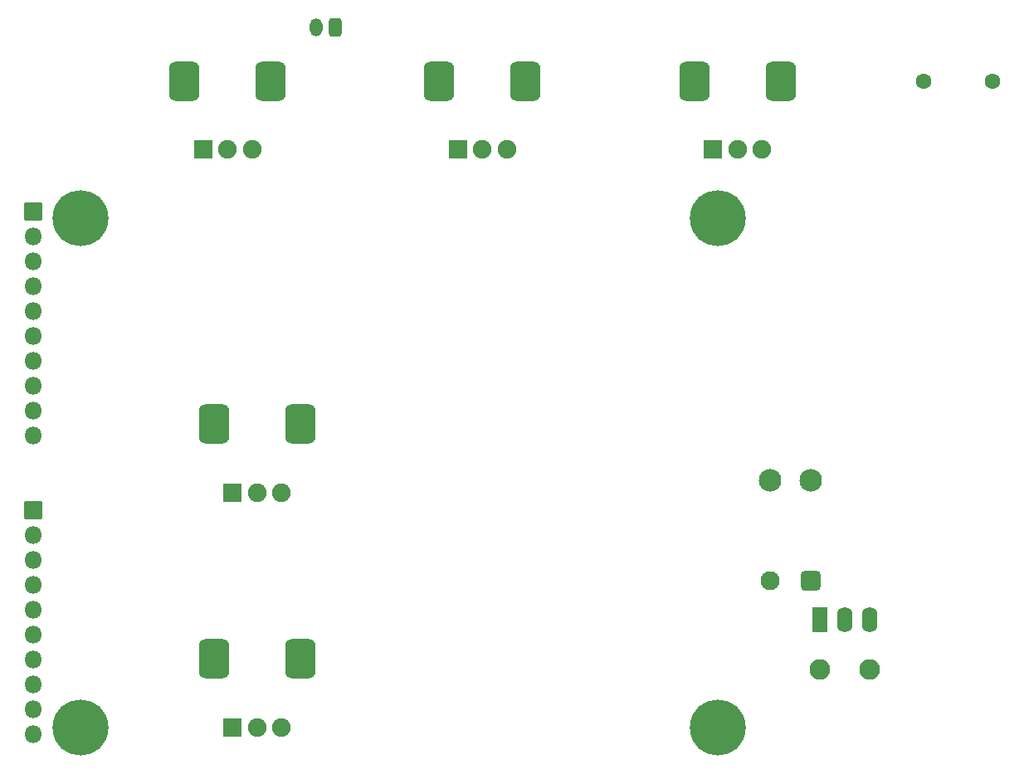
<source format=gbs>
G04 #@! TF.GenerationSoftware,KiCad,Pcbnew,8.0.6*
G04 #@! TF.CreationDate,2025-05-06T15:42:09+09:00*
G04 #@! TF.ProjectId,PCB,5043422e-6b69-4636-9164-5f7063625858,rev?*
G04 #@! TF.SameCoordinates,Original*
G04 #@! TF.FileFunction,Soldermask,Bot*
G04 #@! TF.FilePolarity,Negative*
%FSLAX46Y46*%
G04 Gerber Fmt 4.6, Leading zero omitted, Abs format (unit mm)*
G04 Created by KiCad (PCBNEW 8.0.6) date 2025-05-06 15:42:09*
%MOMM*%
%LPD*%
G01*
G04 APERTURE LIST*
G04 Aperture macros list*
%AMRoundRect*
0 Rectangle with rounded corners*
0 $1 Rounding radius*
0 $2 $3 $4 $5 $6 $7 $8 $9 X,Y pos of 4 corners*
0 Add a 4 corners polygon primitive as box body*
4,1,4,$2,$3,$4,$5,$6,$7,$8,$9,$2,$3,0*
0 Add four circle primitives for the rounded corners*
1,1,$1+$1,$2,$3*
1,1,$1+$1,$4,$5*
1,1,$1+$1,$6,$7*
1,1,$1+$1,$8,$9*
0 Add four rect primitives between the rounded corners*
20,1,$1+$1,$2,$3,$4,$5,0*
20,1,$1+$1,$4,$5,$6,$7,0*
20,1,$1+$1,$6,$7,$8,$9,0*
20,1,$1+$1,$8,$9,$2,$3,0*%
G04 Aperture macros list end*
%ADD10RoundRect,0.271250X0.379750X0.654750X-0.379750X0.654750X-0.379750X-0.654750X0.379750X-0.654750X0*%
%ADD11O,1.302000X1.852000*%
%ADD12C,5.702000*%
%ADD13RoundRect,0.051000X0.900000X-0.900000X0.900000X0.900000X-0.900000X0.900000X-0.900000X-0.900000X0*%
%ADD14C,1.902000*%
%ADD15RoundRect,0.775500X0.775500X-1.275500X0.775500X1.275500X-0.775500X1.275500X-0.775500X-1.275500X0*%
%ADD16O,1.802000X1.802000*%
%ADD17RoundRect,0.051000X-0.850000X-0.850000X0.850000X-0.850000X0.850000X0.850000X-0.850000X0.850000X0*%
%ADD18C,2.302000*%
%ADD19RoundRect,0.263784X0.712216X0.712216X-0.712216X0.712216X-0.712216X-0.712216X0.712216X-0.712216X0*%
%ADD20C,1.952000*%
%ADD21RoundRect,0.051000X-0.750000X-1.250000X0.750000X-1.250000X0.750000X1.250000X-0.750000X1.250000X0*%
%ADD22O,1.602000X2.602000*%
%ADD23O,2.102000X2.102000*%
%ADD24C,1.602000*%
G04 APERTURE END LIST*
D10*
X38000000Y45500000D03*
D11*
X36000000Y45500000D03*
D12*
X12000000Y-26000000D03*
X77000000Y-26000000D03*
X12000000Y26000000D03*
D13*
X24500000Y33000000D03*
D14*
X27000000Y33000000D03*
X29500000Y33000000D03*
D15*
X22600000Y40000000D03*
X31400000Y40000000D03*
X83400000Y40000000D03*
X74600000Y40000000D03*
D14*
X81500000Y33000000D03*
X79000000Y33000000D03*
D13*
X76500000Y33000000D03*
D12*
X77000000Y26000000D03*
D16*
X7160000Y3810000D03*
X7160000Y6350000D03*
X7160000Y8890000D03*
X7160000Y11430000D03*
X7160000Y13970000D03*
X7160000Y16510000D03*
X7160000Y19050000D03*
X7160000Y21590000D03*
X7160000Y24130000D03*
D17*
X7160000Y26670000D03*
D18*
X86500000Y-800000D03*
X82300000Y-800000D03*
D19*
X86500000Y-11000000D03*
D20*
X82300000Y-11000000D03*
D16*
X7160000Y-26670000D03*
X7160000Y-24130000D03*
X7160000Y-21590000D03*
X7160000Y-19050000D03*
X7160000Y-16510000D03*
X7160000Y-13970000D03*
X7160000Y-11430000D03*
X7160000Y-8890000D03*
X7160000Y-6350000D03*
D17*
X7160000Y-3810000D03*
D21*
X87460000Y-15000000D03*
D22*
X90000000Y-15000000D03*
X92540000Y-15000000D03*
D23*
X87460000Y-20080000D03*
X92540000Y-20080000D03*
D13*
X27500000Y-26000000D03*
D14*
X30000000Y-26000000D03*
X32500000Y-26000000D03*
D15*
X25600000Y-19000000D03*
X34400000Y-19000000D03*
D24*
X105000000Y40000000D03*
X98000000Y40000000D03*
D13*
X50500000Y33000000D03*
D14*
X53000000Y33000000D03*
X55500000Y33000000D03*
D15*
X48600000Y40000000D03*
X57400000Y40000000D03*
D13*
X27500000Y-2000000D03*
D14*
X30000000Y-2000000D03*
X32500000Y-2000000D03*
D15*
X25600000Y5000000D03*
X34400000Y5000000D03*
M02*

</source>
